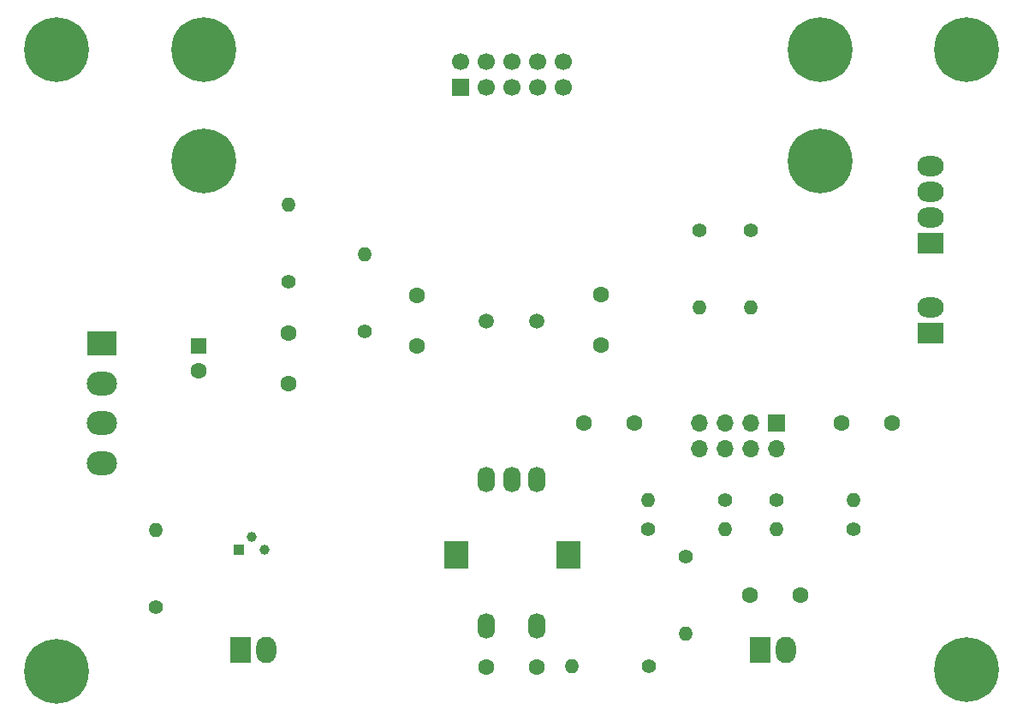
<source format=gbr>
G04 #@! TF.FileFunction,Soldermask,Top*
%FSLAX46Y46*%
G04 Gerber Fmt 4.6, Leading zero omitted, Abs format (unit mm)*
G04 Created by KiCad (PCBNEW 4.0.7-e2-6376~58~ubuntu16.04.1) date Thu Nov 16 14:30:51 2017*
%MOMM*%
%LPD*%
G01*
G04 APERTURE LIST*
%ADD10C,0.100000*%
%ADD11R,3.000000X2.350000*%
%ADD12O,3.000000X2.350000*%
%ADD13C,1.500000*%
%ADD14C,1.400000*%
%ADD15O,1.400000X1.400000*%
%ADD16C,6.400000*%
%ADD17C,0.800000*%
%ADD18R,1.600000X1.600000*%
%ADD19C,1.600000*%
%ADD20R,1.700000X1.700000*%
%ADD21O,1.700000X1.700000*%
%ADD22R,2.000000X2.600000*%
%ADD23O,2.000000X2.600000*%
%ADD24R,2.600000X2.000000*%
%ADD25O,2.600000X2.000000*%
%ADD26C,1.000000*%
%ADD27R,1.000000X1.000000*%
%ADD28R,2.400000X2.800000*%
%ADD29O,1.720000X2.540000*%
%ADD30C,1.700000*%
G04 APERTURE END LIST*
D10*
D11*
X99500000Y-74040000D03*
D12*
X99500000Y-78000000D03*
X99500000Y-81960000D03*
X99500000Y-85920000D03*
D13*
X137498000Y-71867000D03*
X142498000Y-71867000D03*
D14*
X117940000Y-67930000D03*
D15*
X117940000Y-60310000D03*
D16*
X95000000Y-45000000D03*
D17*
X97400000Y-45000000D03*
X96697056Y-46697056D03*
X95000000Y-47400000D03*
X93302944Y-46697056D03*
X92600000Y-45000000D03*
X93302944Y-43302944D03*
X95000000Y-42600000D03*
X96697056Y-43302944D03*
D16*
X185000000Y-45000000D03*
D17*
X187400000Y-45000000D03*
X186697056Y-46697056D03*
X185000000Y-47400000D03*
X183302944Y-46697056D03*
X182600000Y-45000000D03*
X183302944Y-43302944D03*
X185000000Y-42600000D03*
X186697056Y-43302944D03*
D16*
X185000000Y-106302944D03*
D17*
X187400000Y-106302944D03*
X186697056Y-108000000D03*
X185000000Y-108702944D03*
X183302944Y-108000000D03*
X182600000Y-106302944D03*
X183302944Y-104605888D03*
X185000000Y-103902944D03*
X186697056Y-104605888D03*
D16*
X95000000Y-106500000D03*
D17*
X97400000Y-106500000D03*
X96697056Y-108197056D03*
X95000000Y-108900000D03*
X93302944Y-108197056D03*
X92600000Y-106500000D03*
X93302944Y-104802944D03*
X95000000Y-104100000D03*
X96697056Y-104802944D03*
D16*
X109500000Y-45000000D03*
D17*
X111900000Y-45000000D03*
X111197056Y-46697056D03*
X109500000Y-47400000D03*
X107802944Y-46697056D03*
X107100000Y-45000000D03*
X107802944Y-43302944D03*
X109500000Y-42600000D03*
X111197056Y-43302944D03*
D16*
X170500000Y-45000000D03*
D17*
X172900000Y-45000000D03*
X172197056Y-46697056D03*
X170500000Y-47400000D03*
X168802944Y-46697056D03*
X168100000Y-45000000D03*
X168802944Y-43302944D03*
X170500000Y-42600000D03*
X172197056Y-43302944D03*
D16*
X109500000Y-56000000D03*
D17*
X111900000Y-56000000D03*
X111197056Y-57697056D03*
X109500000Y-58400000D03*
X107802944Y-57697056D03*
X107100000Y-56000000D03*
X107802944Y-54302944D03*
X109500000Y-53600000D03*
X111197056Y-54302944D03*
D16*
X170500000Y-56000000D03*
D17*
X172900000Y-56000000D03*
X172197056Y-57697056D03*
X170500000Y-58400000D03*
X168802944Y-57697056D03*
X168100000Y-56000000D03*
X168802944Y-54302944D03*
X170500000Y-53600000D03*
X172197056Y-54302944D03*
D18*
X109050000Y-74280000D03*
D19*
X109050000Y-76780000D03*
X148801000Y-74200000D03*
X148801000Y-69200000D03*
X117940000Y-73010000D03*
X117940000Y-78010000D03*
X130640000Y-74280000D03*
X130640000Y-69280000D03*
X147150000Y-81900000D03*
X152150000Y-81900000D03*
X177630000Y-81900000D03*
X172630000Y-81900000D03*
X142500000Y-106030000D03*
X137500000Y-106030000D03*
X163560000Y-98990000D03*
X168560000Y-98990000D03*
D20*
X166200000Y-81900000D03*
D21*
X166200000Y-84440000D03*
X163660000Y-81900000D03*
X163660000Y-84440000D03*
X161120000Y-81900000D03*
X161120000Y-84440000D03*
X158580000Y-81900000D03*
X158580000Y-84440000D03*
D22*
X113200000Y-104400000D03*
D23*
X115740000Y-104400000D03*
D24*
X181440000Y-73010000D03*
D25*
X181440000Y-70470000D03*
D24*
X181440000Y-64120000D03*
D25*
X181440000Y-61580000D03*
X181440000Y-59040000D03*
X181440000Y-56500000D03*
D22*
X164560000Y-104400000D03*
D23*
X167100000Y-104400000D03*
D26*
X114282400Y-93215700D03*
X115552400Y-94485700D03*
D27*
X113012400Y-94485700D03*
D14*
X161120000Y-89520000D03*
D15*
X153500000Y-89520000D03*
D14*
X166200000Y-89520000D03*
D15*
X173820000Y-89520000D03*
D14*
X163660000Y-62850000D03*
D15*
X163660000Y-70470000D03*
D14*
X158580000Y-62850000D03*
D15*
X158580000Y-70470000D03*
D14*
X153480000Y-92400000D03*
D15*
X161100000Y-92400000D03*
D14*
X125433000Y-72883000D03*
D15*
X125433000Y-65263000D03*
D14*
X173800000Y-92400000D03*
D15*
X166180000Y-92400000D03*
D14*
X104782800Y-100175300D03*
D15*
X104782800Y-92555300D03*
D14*
X153600000Y-106000000D03*
D15*
X145980000Y-106000000D03*
D14*
X157210000Y-95180000D03*
D15*
X157210000Y-102800000D03*
D28*
X134500000Y-95000000D03*
D29*
X137500000Y-87500000D03*
X140000000Y-87500000D03*
X142500000Y-87500000D03*
X137500000Y-102000000D03*
X142500000Y-102000000D03*
D28*
X145600000Y-95000000D03*
D20*
X134958000Y-48753000D03*
D30*
X134958000Y-46213000D03*
X137498000Y-48753000D03*
X137498000Y-46213000D03*
X140038000Y-48753000D03*
X140038000Y-46213000D03*
X142578000Y-48753000D03*
X142578000Y-46213000D03*
X145118000Y-48753000D03*
X145118000Y-46213000D03*
M02*

</source>
